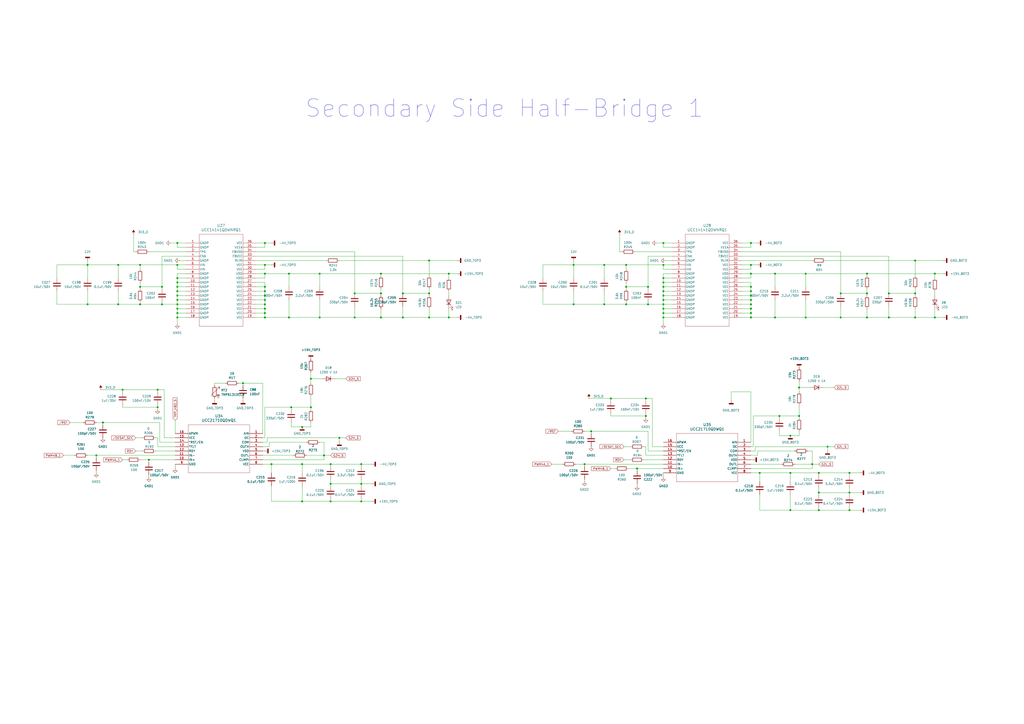
<source format=kicad_sch>
(kicad_sch (version 20231120) (generator "eeschema") (generator_version "8.0")
  (paper "A2")
  (junction (at 153.67 171.45))
  (junction (at 363.22 166.37))
  (junction (at 384.81 161.29))
  (junction (at 363.22 176.53))
  (junction (at 350.52 153.67))
  (junction (at 91.44 226.06))
  (junction (at 435.61 166.37))
  (junction (at 260.35 158.75))
  (junction (at 185.42 184.15))
  (junction (at 220.98 158.75))
  (junction (at 449.58 184.15))
  (junction (at 153.67 140.97))
  (junction (at 209.55 280.67))
  (junction (at 220.98 170.18))
  (junction (at 102.87 173.99))
  (junction (at 81.28 176.53))
  (junction (at 502.92 170.18))
  (junction (at 102.87 179.07))
  (junction (at 187.96 264.16))
  (junction (at 102.87 140.97))
  (junction (at 449.58 158.75))
  (junction (at 492.76 295.91))
  (junction (at 339.09 269.24))
  (junction (at 458.47 252.73))
  (junction (at 384.81 181.61))
  (junction (at 209.55 290.83))
  (junction (at 102.87 181.61))
  (junction (at 50.8 176.53))
  (junction (at 81.28 166.37))
  (junction (at 384.81 153.67))
  (junction (at 93.98 166.37))
  (junction (at 205.74 184.15))
  (junction (at 435.61 179.07))
  (junction (at 157.48 269.24))
  (junction (at 435.61 176.53))
  (junction (at 435.61 184.15))
  (junction (at 542.29 184.15))
  (junction (at 140.97 222.25))
  (junction (at 363.22 153.67))
  (junction (at 384.81 163.83))
  (junction (at 487.68 170.18))
  (junction (at 458.47 295.91))
  (junction (at 384.81 168.91))
  (junction (at 153.67 181.61))
  (junction (at 55.88 264.16))
  (junction (at 91.44 236.22))
  (junction (at 435.61 158.75))
  (junction (at 167.64 184.15))
  (junction (at 480.06 259.08))
  (junction (at 102.87 171.45))
  (junction (at 102.87 161.29))
  (junction (at 384.81 171.45))
  (junction (at 50.8 153.67))
  (junction (at 153.67 176.53))
  (junction (at 374.65 241.3))
  (junction (at 369.57 271.78))
  (junction (at 68.58 176.53))
  (junction (at 102.87 166.37))
  (junction (at 153.67 158.75))
  (junction (at 93.98 176.53))
  (junction (at 375.92 176.53))
  (junction (at 233.68 184.15))
  (junction (at 474.98 274.32))
  (junction (at 515.62 184.15))
  (junction (at 220.98 184.15))
  (junction (at 463.55 224.79))
  (junction (at 102.87 176.53))
  (junction (at 102.87 163.83))
  (junction (at 86.36 266.7))
  (junction (at 332.74 153.67))
  (junction (at 153.67 179.07))
  (junction (at 384.81 166.37))
  (junction (at 81.28 153.67))
  (junction (at 180.34 219.71))
  (junction (at 71.12 226.06))
  (junction (at 530.86 184.15))
  (junction (at 205.74 170.18))
  (junction (at 492.76 274.32))
  (junction (at 463.55 241.3))
  (junction (at 435.61 171.45))
  (junction (at 332.74 176.53))
  (junction (at 467.36 158.75))
  (junction (at 458.47 274.32))
  (junction (at 435.61 173.99))
  (junction (at 384.81 173.99))
  (junction (at 248.92 184.15))
  (junction (at 384.81 184.15))
  (junction (at 102.87 153.67))
  (junction (at 167.64 158.75))
  (junction (at 191.77 290.83))
  (junction (at 180.34 236.22))
  (junction (at 350.52 176.53))
  (junction (at 59.69 245.11))
  (junction (at 209.55 269.24))
  (junction (at 153.67 184.15))
  (junction (at 502.92 184.15))
  (junction (at 487.68 184.15))
  (junction (at 191.77 280.67))
  (junction (at 384.81 176.53))
  (junction (at 492.76 285.75))
  (junction (at 435.61 181.61))
  (junction (at 542.29 158.75))
  (junction (at 435.61 168.91))
  (junction (at 384.81 179.07))
  (junction (at 435.61 140.97))
  (junction (at 384.81 140.97))
  (junction (at 153.67 153.67))
  (junction (at 342.9 250.19))
  (junction (at 248.92 151.13))
  (junction (at 233.68 170.18))
  (junction (at 185.42 158.75))
  (junction (at 102.87 184.15))
  (junction (at 530.86 170.18))
  (junction (at 68.58 153.67))
  (junction (at 248.92 170.18))
  (junction (at 175.26 247.65))
  (junction (at 530.86 151.13))
  (junction (at 471.17 269.24))
  (junction (at 375.92 166.37))
  (junction (at 515.62 170.18))
  (junction (at 260.35 184.15))
  (junction (at 168.91 236.22))
  (junction (at 102.87 168.91))
  (junction (at 153.67 166.37))
  (junction (at 374.65 231.14))
  (junction (at 474.98 285.75))
  (junction (at 196.85 254))
  (junction (at 440.69 274.32))
  (junction (at 467.36 184.15))
  (junction (at 474.98 295.91))
  (junction (at 191.77 269.24))
  (junction (at 175.26 290.83))
  (junction (at 452.12 241.3))
  (junction (at 354.33 231.14))
  (junction (at 435.61 153.67))
  (junction (at 153.67 173.99))
  (junction (at 175.26 269.24))
  (junction (at 153.67 168.91))
  (junction (at 502.92 158.75))
  (wire (pts (xy 389.89 148.59) (xy 375.92 148.59)))
  (wire (pts (xy 323.85 250.19) (xy 331.47 250.19)))
  (wire (pts (xy 435.61 173.99) (xy 435.61 176.53)))
  (wire (pts (xy 148.59 168.91) (xy 153.67 168.91)))
  (wire (pts (xy 384.81 179.07) (xy 384.81 181.61)))
  (wire (pts (xy 102.87 173.99) (xy 102.87 176.53)))
  (wire (pts (xy 157.48 269.24) (xy 157.48 274.32)))
  (wire (pts (xy 153.67 236.22) (xy 168.91 236.22)))
  (wire (pts (xy 93.98 166.37) (xy 81.28 166.37)))
  (wire (pts (xy 389.89 168.91) (xy 384.81 168.91)))
  (wire (pts (xy 487.68 146.05) (xy 487.68 170.18)))
  (wire (pts (xy 148.59 181.61) (xy 153.67 181.61)))
  (wire (pts (xy 435.61 166.37) (xy 435.61 168.91)))
  (wire (pts (xy 107.95 173.99) (xy 102.87 173.99)))
  (wire (pts (xy 107.95 171.45) (xy 102.87 171.45)))
  (wire (pts (xy 153.67 153.67) (xy 157.48 153.67)))
  (wire (pts (xy 530.86 179.07) (xy 530.86 184.15)))
  (wire (pts (xy 386.08 151.13) (xy 389.89 151.13)))
  (wire (pts (xy 384.81 264.16) (xy 374.65 264.16)))
  (wire (pts (xy 430.53 163.83) (xy 435.61 163.83)))
  (wire (pts (xy 502.92 160.02) (xy 502.92 158.75)))
  (wire (pts (xy 389.89 158.75) (xy 384.81 158.75)))
  (wire (pts (xy 502.92 167.64) (xy 502.92 170.18)))
  (wire (pts (xy 40.64 245.11) (xy 48.26 245.11)))
  (wire (pts (xy 339.09 270.51) (xy 339.09 269.24)))
  (wire (pts (xy 209.55 290.83) (xy 209.55 289.56)))
  (wire (pts (xy 68.58 153.67) (xy 68.58 161.29)))
  (wire (pts (xy 430.53 171.45) (xy 435.61 171.45)))
  (wire (pts (xy 474.98 274.32) (xy 474.98 275.59)))
  (wire (pts (xy 389.89 153.67) (xy 384.81 153.67)))
  (wire (pts (xy 77.47 135.89) (xy 77.47 146.05)))
  (wire (pts (xy 102.87 171.45) (xy 102.87 173.99)))
  (wire (pts (xy 467.36 158.75) (xy 502.92 158.75)))
  (wire (pts (xy 175.26 274.32) (xy 175.26 269.24)))
  (wire (pts (xy 180.34 245.11) (xy 180.34 247.65)))
  (wire (pts (xy 153.67 173.99) (xy 153.67 176.53)))
  (wire (pts (xy 375.92 166.37) (xy 363.22 166.37)))
  (wire (pts (xy 458.47 279.4) (xy 458.47 274.32)))
  (wire (pts (xy 452.12 252.73) (xy 458.47 252.73)))
  (wire (pts (xy 435.61 179.07) (xy 435.61 181.61)))
  (wire (pts (xy 248.92 179.07) (xy 248.92 184.15)))
  (wire (pts (xy 314.96 153.67) (xy 314.96 161.29)))
  (wire (pts (xy 314.96 176.53) (xy 332.74 176.53)))
  (wire (pts (xy 440.69 287.02) (xy 440.69 295.91)))
  (wire (pts (xy 438.15 259.08) (xy 480.06 259.08)))
  (wire (pts (xy 71.12 236.22) (xy 91.44 236.22)))
  (wire (pts (xy 458.47 287.02) (xy 458.47 295.91)))
  (wire (pts (xy 185.42 184.15) (xy 205.74 184.15)))
  (wire (pts (xy 196.85 254) (xy 200.66 254)))
  (wire (pts (xy 180.34 219.71) (xy 186.69 219.71)))
  (wire (pts (xy 175.26 281.94) (xy 175.26 290.83)))
  (wire (pts (xy 339.09 278.13) (xy 339.09 279.4)))
  (wire (pts (xy 368.3 146.05) (xy 389.89 146.05)))
  (wire (pts (xy 492.76 274.32) (xy 492.76 275.59)))
  (wire (pts (xy 175.26 247.65) (xy 180.34 247.65)))
  (wire (pts (xy 107.95 179.07) (xy 102.87 179.07)))
  (wire (pts (xy 153.67 184.15) (xy 167.64 184.15)))
  (wire (pts (xy 86.36 266.7) (xy 86.36 267.97)))
  (wire (pts (xy 449.58 158.75) (xy 467.36 158.75)))
  (wire (pts (xy 363.22 175.26) (xy 363.22 176.53)))
  (wire (pts (xy 439.42 264.16) (xy 435.61 264.16)))
  (wire (pts (xy 374.65 241.3) (xy 374.65 242.57)))
  (wire (pts (xy 220.98 179.07) (xy 220.98 184.15)))
  (wire (pts (xy 191.77 280.67) (xy 191.77 281.94)))
  (wire (pts (xy 384.81 140.97) (xy 389.89 140.97)))
  (wire (pts (xy 185.42 173.99) (xy 185.42 184.15)))
  (wire (pts (xy 50.8 168.91) (xy 50.8 176.53)))
  (wire (pts (xy 148.59 179.07) (xy 153.67 179.07)))
  (wire (pts (xy 93.98 167.64) (xy 93.98 166.37)))
  (wire (pts (xy 430.53 173.99) (xy 435.61 173.99)))
  (wire (pts (xy 430.53 153.67) (xy 435.61 153.67)))
  (wire (pts (xy 50.8 153.67) (xy 33.02 153.67)))
  (wire (pts (xy 389.89 173.99) (xy 384.81 173.99)))
  (wire (pts (xy 430.53 146.05) (xy 487.68 146.05)))
  (wire (pts (xy 463.55 242.57) (xy 463.55 241.3)))
  (wire (pts (xy 487.68 184.15) (xy 502.92 184.15)))
  (wire (pts (xy 492.76 285.75) (xy 499.11 285.75)))
  (wire (pts (xy 248.92 167.64) (xy 248.92 170.18)))
  (wire (pts (xy 463.55 224.79) (xy 469.9 224.79)))
  (wire (pts (xy 209.55 280.67) (xy 215.9 280.67)))
  (wire (pts (xy 55.88 264.16) (xy 50.8 264.16)))
  (wire (pts (xy 191.77 269.24) (xy 191.77 270.51)))
  (wire (pts (xy 124.46 231.14) (xy 124.46 232.41)))
  (wire (pts (xy 101.6 256.54) (xy 92.71 256.54)))
  (wire (pts (xy 107.95 166.37) (xy 102.87 166.37)))
  (wire (pts (xy 375.92 261.62) (xy 375.92 250.19)))
  (wire (pts (xy 81.28 166.37) (xy 81.28 167.64)))
  (wire (pts (xy 107.95 143.51) (xy 102.87 143.51)))
  (wire (pts (xy 260.35 158.75) (xy 260.35 161.29)))
  (wire (pts (xy 452.12 250.19) (xy 452.12 252.73)))
  (wire (pts (xy 153.67 179.07) (xy 153.67 181.61)))
  (wire (pts (xy 435.61 143.51) (xy 435.61 140.97)))
  (wire (pts (xy 384.81 163.83) (xy 384.81 166.37)))
  (wire (pts (xy 435.61 153.67) (xy 435.61 156.21)))
  (wire (pts (xy 101.6 254) (xy 95.25 254)))
  (wire (pts (xy 95.25 254) (xy 95.25 226.06)))
  (wire (pts (xy 68.58 153.67) (xy 50.8 153.67)))
  (wire (pts (xy 194.31 219.71) (xy 200.66 219.71)))
  (wire (pts (xy 474.98 285.75) (xy 474.98 287.02)))
  (wire (pts (xy 185.42 158.75) (xy 185.42 166.37)))
  (wire (pts (xy 260.35 168.91) (xy 260.35 171.45)))
  (wire (pts (xy 148.59 173.99) (xy 153.67 173.99)))
  (wire (pts (xy 148.59 176.53) (xy 153.67 176.53)))
  (wire (pts (xy 101.6 266.7) (xy 86.36 266.7)))
  (wire (pts (xy 502.92 158.75) (xy 542.29 158.75)))
  (wire (pts (xy 435.61 184.15) (xy 449.58 184.15)))
  (wire (pts (xy 167.64 158.75) (xy 185.42 158.75)))
  (wire (pts (xy 124.46 222.25) (xy 124.46 223.52)))
  (wire (pts (xy 157.48 290.83) (xy 175.26 290.83)))
  (wire (pts (xy 248.92 151.13) (xy 265.43 151.13)))
  (wire (pts (xy 177.8 264.16) (xy 187.96 264.16)))
  (wire (pts (xy 102.87 166.37) (xy 102.87 168.91)))
  (wire (pts (xy 430.53 158.75) (xy 435.61 158.75)))
  (wire (pts (xy 167.64 173.99) (xy 167.64 184.15)))
  (wire (pts (xy 33.02 168.91) (xy 33.02 176.53)))
  (wire (pts (xy 180.34 237.49) (xy 180.34 236.22)))
  (wire (pts (xy 71.12 226.06) (xy 71.12 227.33)))
  (wire (pts (xy 363.22 153.67) (xy 384.81 153.67)))
  (wire (pts (xy 99.06 140.97) (xy 102.87 140.97)))
  (wire (pts (xy 477.52 224.79) (xy 483.87 224.79)))
  (wire (pts (xy 58.42 226.06) (xy 71.12 226.06)))
  (wire (pts (xy 430.53 179.07) (xy 435.61 179.07)))
  (wire (pts (xy 175.26 269.24) (xy 191.77 269.24)))
  (wire (pts (xy 153.67 168.91) (xy 153.67 171.45)))
  (wire (pts (xy 350.52 176.53) (xy 363.22 176.53)))
  (wire (pts (xy 375.92 175.26) (xy 375.92 176.53)))
  (wire (pts (xy 180.34 229.87) (xy 180.34 236.22)))
  (wire (pts (xy 515.62 184.15) (xy 530.86 184.15)))
  (wire (pts (xy 91.44 259.08) (xy 91.44 254)))
  (wire (pts (xy 153.67 161.29) (xy 153.67 158.75)))
  (wire (pts (xy 449.58 173.99) (xy 449.58 184.15)))
  (wire (pts (xy 320.04 269.24) (xy 326.39 269.24)))
  (wire (pts (xy 153.67 181.61) (xy 153.67 184.15)))
  (wire (pts (xy 378.46 259.08) (xy 378.46 231.14)))
  (wire (pts (xy 153.67 254) (xy 152.4 254)))
  (wire (pts (xy 148.59 140.97) (xy 153.67 140.97)))
  (wire (pts (xy 102.87 181.61) (xy 102.87 184.15)))
  (wire (pts (xy 452.12 242.57) (xy 452.12 241.3)))
  (wire (pts (xy 430.53 166.37) (xy 435.61 166.37)))
  (wire (pts (xy 71.12 234.95) (xy 71.12 236.22)))
  (wire (pts (xy 373.38 259.08) (xy 374.65 259.08)))
  (wire (pts (xy 180.34 215.9) (xy 180.34 219.71)))
  (wire (pts (xy 107.95 168.91) (xy 102.87 168.91)))
  (wire (pts (xy 107.95 181.61) (xy 102.87 181.61)))
  (wire (pts (xy 102.87 176.53) (xy 102.87 179.07)))
  (wire (pts (xy 185.42 256.54) (xy 187.96 256.54)))
  (wire (pts (xy 440.69 274.32) (xy 440.69 279.4)))
  (wire (pts (xy 148.59 184.15) (xy 153.67 184.15)))
  (wire (pts (xy 471.17 269.24) (xy 474.98 269.24)))
  (wire (pts (xy 148.59 156.21) (xy 153.67 156.21)))
  (wire (pts (xy 68.58 176.53) (xy 81.28 176.53)))
  (wire (pts (xy 467.36 158.75) (xy 467.36 166.37)))
  (wire (pts (xy 156.21 256.54) (xy 177.8 256.54)))
  (wire (pts (xy 167.64 158.75) (xy 167.64 166.37)))
  (wire (pts (xy 185.42 158.75) (xy 220.98 158.75)))
  (wire (pts (xy 101.6 259.08) (xy 91.44 259.08)))
  (wire (pts (xy 389.89 143.51) (xy 384.81 143.51)))
  (wire (pts (xy 260.35 158.75) (xy 265.43 158.75)))
  (wire (pts (xy 59.69 245.11) (xy 92.71 245.11)))
  (wire (pts (xy 449.58 184.15) (xy 467.36 184.15)))
  (wire (pts (xy 168.91 247.65) (xy 175.26 247.65)))
  (wire (pts (xy 36.83 264.16) (xy 43.18 264.16)))
  (wire (pts (xy 542.29 158.75) (xy 542.29 161.29)))
  (wire (pts (xy 430.53 181.61) (xy 435.61 181.61)))
  (wire (pts (xy 314.96 168.91) (xy 314.96 176.53)))
  (wire (pts (xy 435.61 168.91) (xy 435.61 171.45)))
  (wire (pts (xy 430.53 148.59) (xy 515.62 148.59)))
  (wire (pts (xy 148.59 163.83) (xy 153.67 163.83)))
  (wire (pts (xy 435.61 256.54) (xy 435.61 227.33)))
  (wire (pts (xy 153.67 158.75) (xy 167.64 158.75)))
  (wire (pts (xy 130.81 222.25) (xy 124.46 222.25)))
  (wire (pts (xy 492.76 285.75) (xy 492.76 287.02)))
  (wire (pts (xy 339.09 269.24) (xy 334.01 269.24)))
  (wire (pts (xy 363.22 163.83) (xy 363.22 166.37)))
  (wire (pts (xy 430.53 176.53) (xy 435.61 176.53)))
  (wire (pts (xy 480.06 259.08) (xy 483.87 259.08)))
  (wire (pts (xy 107.95 158.75) (xy 102.87 158.75)))
  (wire (pts (xy 68.58 168.91) (xy 68.58 176.53)))
  (wire (pts (xy 440.69 295.91) (xy 458.47 295.91)))
  (wire (pts (xy 152.4 251.46) (xy 152.4 222.25)))
  (wire (pts (xy 350.52 168.91) (xy 350.52 176.53)))
  (wire (pts (xy 102.87 163.83) (xy 102.87 166.37)))
  (wire (pts (xy 148.59 143.51) (xy 153.67 143.51)))
  (wire (pts (xy 363.22 176.53) (xy 375.92 176.53)))
  (wire (pts (xy 487.68 170.18) (xy 502.92 170.18)))
  (wire (pts (xy 102.87 184.15) (xy 102.87 187.96)))
  (wire (pts (xy 389.89 156.21) (xy 384.81 156.21)))
  (wire (pts (xy 487.68 177.8) (xy 487.68 184.15)))
  (wire (pts (xy 374.65 241.3) (xy 374.65 240.03)))
  (wire (pts (xy 248.92 184.15) (xy 260.35 184.15)))
  (wire (pts (xy 187.96 264.16) (xy 187.96 266.7)))
  (wire (pts (xy 180.34 236.22) (xy 168.91 236.22)))
  (wire (pts (xy 156.21 259.08) (xy 152.4 259.08)))
  (wire (pts (xy 55.88 273.05) (xy 55.88 274.32)))
  (wire (pts (xy 471.17 261.62) (xy 471.17 269.24)))
  (wire (pts (xy 435.61 266.7) (xy 436.88 266.7)))
  (wire (pts (xy 332.74 153.67) (xy 332.74 161.29)))
  (wire (pts (xy 435.61 274.32) (xy 440.69 274.32)))
  (wire (pts (xy 430.53 161.29) (xy 435.61 161.29)))
  (wire (pts (xy 389.89 163.83) (xy 384.81 163.83)))
  (wire (pts (xy 369.57 271.78) (xy 364.49 271.78)))
  (wire (pts (xy 492.76 295.91) (xy 492.76 294.64)))
  (wire (pts (xy 430.53 151.13) (xy 471.17 151.13)))
  (wire (pts (xy 375.92 148.59) (xy 375.92 166.37)))
  (wire (pts (xy 369.57 280.67) (xy 369.57 281.94)))
  (wire (pts (xy 196.85 254) (xy 196.85 256.54)))
  (wire (pts (xy 215.9 290.83) (xy 209.55 290.83)))
  (wire (pts (xy 91.44 236.22) (xy 91.44 237.49)))
  (wire (pts (xy 233.68 177.8) (xy 233.68 184.15)))
  (wire (pts (xy 86.36 266.7) (xy 81.28 266.7)))
  (wire (pts (xy 463.55 234.95) (xy 463.55 241.3)))
  (wire (pts (xy 187.96 256.54) (xy 187.96 264.16)))
  (wire (pts (xy 440.69 274.32) (xy 458.47 274.32)))
  (wire (pts (xy 93.98 176.53) (xy 102.87 176.53)))
  (wire (pts (xy 180.34 219.71) (xy 180.34 222.25)))
  (wire (pts (xy 530.86 184.15) (xy 542.29 184.15)))
  (wire (pts (xy 140.97 231.14) (xy 140.97 232.41)))
  (wire (pts (xy 471.17 269.24) (xy 471.17 271.78)))
  (wire (pts (xy 384.81 184.15) (xy 384.81 187.96)))
  (wire (pts (xy 86.36 146.05) (xy 107.95 146.05)))
  (wire (pts (xy 191.77 269.24) (xy 209.55 269.24)))
  (wire (pts (xy 102.87 143.51) (xy 102.87 140.97)))
  (wire (pts (xy 191.77 280.67) (xy 209.55 280.67)))
  (wire (pts (xy 435.61 181.61) (xy 435.61 184.15)))
  (wire (pts (xy 530.86 167.64) (xy 530.86 170.18)))
  (wire (pts (xy 363.22 156.21) (xy 363.22 153.67)))
  (wire (pts (xy 384.81 168.91) (xy 384.81 171.45)))
  (wire (pts (xy 384.81 143.51) (xy 384.81 140.97)))
  (wire (pts (xy 167.64 184.15) (xy 185.42 184.15)))
  (wire (pts (xy 478.79 151.13) (xy 530.86 151.13)))
  (wire (pts (xy 153.67 140.97) (xy 157.48 140.97)))
  (wire (pts (xy 107.95 148.59) (xy 93.98 148.59)))
  (wire (pts (xy 424.18 227.33) (xy 424.18 232.41)))
  (wire (pts (xy 438.15 259.08) (xy 438.15 261.62)))
  (wire (pts (xy 341.63 231.14) (xy 354.33 231.14)))
  (wire (pts (xy 102.87 179.07) (xy 102.87 181.61)))
  (wire (pts (xy 209.55 269.24) (xy 215.9 269.24)))
  (wire (pts (xy 435.61 161.29) (xy 435.61 158.75)))
  (wire (pts (xy 260.35 184.15) (xy 265.43 184.15)))
  (wire (pts (xy 148.59 146.05) (xy 205.74 146.05)))
  (wire (pts (xy 220.98 170.18) (xy 220.98 171.45)))
  (wire (pts (xy 50.8 153.67) (xy 50.8 161.29)))
  (wire (pts (xy 384.81 276.86) (xy 384.81 274.32)))
  (wire (pts (xy 389.89 176.53) (xy 384.81 176.53)))
  (wire (pts (xy 389.89 166.37) (xy 384.81 166.37)))
  (wire (pts (xy 157.48 269.24) (xy 175.26 269.24)))
  (wire (pts (xy 381 140.97) (xy 384.81 140.97)))
  (wire (pts (xy 152.4 261.62) (xy 153.67 261.62)))
  (wire (pts (xy 332.74 151.13) (xy 332.74 153.67)))
  (wire (pts (xy 209.55 280.67) (xy 209.55 281.94)))
  (wire (pts (xy 148.59 148.59) (xy 233.68 148.59)))
  (wire (pts (xy 474.98 295.91) (xy 492.76 295.91)))
  (wire (pts (xy 359.41 135.89) (xy 359.41 146.05)))
  (wire (pts (xy 248.92 170.18) (xy 248.92 171.45)))
  (wire (pts (xy 209.55 278.13) (xy 209.55 280.67)))
  (wire (pts (xy 191.77 289.56) (xy 191.77 290.83)))
  (wire (pts (xy 350.52 153.67) (xy 350.52 161.29)))
  (wire (pts (xy 384.81 181.61) (xy 384.81 184.15)))
  (wire (pts (xy 384.81 259.08) (xy 378.46 259.08)))
  (wire (pts (xy 435.61 163.83) (xy 435.61 166.37)))
  (wire (pts (xy 463.55 250.19) (xy 463.55 252.73)))
  (wire (pts (xy 81.28 176.53) (xy 93.98 176.53)))
  (wire (pts (xy 375.92 176.53) (xy 384.81 176.53)))
  (wire (pts (xy 354.33 240.03) (xy 354.33 241.3)))
  (wire (pts (xy 384.81 271.78) (xy 369.57 271.78)))
  (wire (pts (xy 430.53 140.97) (xy 435.61 140.97)))
  (wire (pts (xy 81.28 175.26) (xy 81.28 176.53)))
  (wire (pts (xy 153.67 163.83) (xy 153.67 166.37)))
  (wire (pts (xy 33.02 176.53) (xy 50.8 176.53)))
  (wire (pts (xy 389.89 171.45) (xy 384.81 171.45)))
  (wire (pts (xy 474.98 294.64) (xy 474.98 295.91)))
  (wire (pts (xy 81.28 153.67) (xy 102.87 153.67)))
  (wire (pts (xy 102.87 158.75) (xy 102.87 161.29)))
  (wire (pts (xy 435.61 271.78) (xy 471.17 271.78)))
  (wire (pts (xy 389.89 179.07) (xy 384.81 179.07)))
  (wire (pts (xy 430.53 156.21) (xy 435.61 156.21)))
  (wire (pts (xy 55.88 264.16) (xy 101.6 264.16)))
  (wire (pts (xy 474.98 285.75) (xy 492.76 285.75)))
  (wire (pts (xy 152.4 264.16) (xy 170.18 264.16)))
  (wire (pts (xy 542.29 158.75) (xy 547.37 158.75)))
  (wire (pts (xy 101.6 243.84) (xy 101.6 251.46)))
  (wire (pts (xy 55.88 245.11) (xy 59.69 245.11)))
  (wire (pts (xy 480.06 259.08) (xy 480.06 261.62)))
  (wire (pts (xy 438.15 261.62) (xy 435.61 261.62)))
  (wire (pts (xy 107.95 176.53) (xy 102.87 176.53)))
  (wire (pts (xy 430.53 184.15) (xy 435.61 184.15)))
  (wire (pts (xy 463.55 224.79) (xy 463.55 227.33)))
  (wire (pts (xy 191.77 290.83) (xy 209.55 290.83)))
  (wire (pts (xy 153.67 254) (xy 153.67 236.22)))
  (wire (pts (xy 363.22 166.37) (xy 363.22 167.64)))
  (wire (pts (xy 154.94 254) (xy 154.94 256.54)))
  (wire (pts (xy 435.61 171.45) (xy 435.61 173.99)))
  (wire (pts (xy 90.17 261.62) (xy 101.6 261.62)))
  (wire (pts (xy 435.61 227.33) (xy 424.18 227.33)))
  (wire (pts (xy 157.48 281.94) (xy 157.48 290.83)))
  (wire (pts (xy 220.98 184.15) (xy 233.68 184.15)))
  (wire (pts (xy 153.67 166.37) (xy 153.67 168.91)))
  (wire (pts (xy 153.67 171.45) (xy 153.67 173.99)))
  (wire (pts (xy 436.88 259.08) (xy 435.61 259.08)))
  (wire (pts (xy 436.88 259.08) (xy 436.88 241.3)))
  (wire (pts (xy 499.11 295.91) (xy 492.76 295.91)))
  (wire (pts (xy 148.59 171.45) (xy 153.67 171.45)))
  (wire (pts (xy 374.65 231.14) (xy 354.33 231.14)))
  (wire (pts (xy 389.89 184.15) (xy 384.81 184.15)))
  (wire (pts (xy 233.68 148.59) (xy 233.68 170.18)))
  (wire (pts (xy 101.6 271.78) (xy 101.6 269.24)))
  (wire (pts (xy 339.09 269.24) (xy 384.81 269.24)))
  (wire (pts (xy 373.38 266.7) (xy 384.81 266.7)))
  (wire (pts (xy 233.68 170.18) (xy 248.92 170.18)))
  (wire (pts (xy 153.67 153.67) (xy 153.67 156.21)))
  (wire (pts (xy 354.33 231.14) (xy 354.33 232.41)))
  (wire (pts (xy 342.9 250.19) (xy 342.9 251.46)))
  (wire (pts (xy 205.74 146.05) (xy 205.74 170.18)))
  (wire (pts (xy 205.74 177.8) (xy 205.74 184.15)))
  (wire (pts (xy 435.61 140.97) (xy 439.42 140.97)))
  (wire (pts (xy 463.55 241.3) (xy 452.12 241.3)))
  (wire (pts (xy 33.02 153.67) (xy 33.02 161.29)))
  (wire (pts (xy 384.81 171.45) (xy 384.81 173.99)))
  (wire (pts (xy 86.36 275.59) (xy 86.36 276.86)))
  (wire (pts (xy 152.4 222.25) (xy 140.97 222.25)))
  (wire (pts (xy 107.95 153.67) (xy 102.87 153.67)))
  (wire (pts (xy 92.71 256.54) (xy 92.71 245.11)))
  (wire (pts (xy 439.42 261.62) (xy 439.42 264.16)))
  (wire (pts (xy 102.87 168.91) (xy 102.87 171.45)))
  (wire (pts (xy 458.47 295.91) (xy 474.98 295.91)))
  (wire (pts (xy 148.59 158.75) (xy 153.67 158.75)))
  (wire (pts (xy 430.53 168.91) (xy 435.61 168.91)))
  (wire (pts (xy 436.88 241.3) (xy 452.12 241.3)))
  (wire (pts (xy 359.41 146.05) (xy 360.68 146.05)))
  (wire (pts (xy 90.17 254) (xy 91.44 254)))
  (wire (pts (xy 220.98 158.75) (xy 260.35 158.75)))
  (wire (pts (xy 384.81 158.75) (xy 384.81 161.29)))
  (wire (pts (xy 152.4 269.24) (xy 157.48 269.24)))
  (wire (pts (xy 468.63 261.62) (xy 471.17 261.62)))
  (wire (pts (xy 374.65 232.41) (xy 374.65 231.14)))
  (wire (pts (xy 542.29 168.91) (xy 542.29 171.45)))
  (wire (pts (xy 81.28 156.21) (xy 81.28 153.67)))
  (wire (pts (xy 332.74 176.53) (xy 350.52 176.53)))
  (wire (pts (xy 378.46 231.14) (xy 374.65 231.14)))
  (wire (pts (xy 153.67 176.53) (xy 153.67 179.07)))
  (wire (pts (xy 384.81 161.29) (xy 384.81 163.83)))
  (wire (pts (xy 93.98 175.26) (xy 93.98 176.53)))
  (wire (pts (xy 354.33 241.3) (xy 374.65 241.3)))
  (wire (pts (xy 332.74 153.67) (xy 314.96 153.67)))
  (wire (pts (xy 502.92 170.18) (xy 502.92 171.45)))
  (wire (pts (xy 50.8 151.13) (xy 50.8 153.67)))
  (wire (pts (xy 104.14 151.13) (xy 107.95 151.13)))
  (wire (pts (xy 107.95 163.83) (xy 102.87 163.83)))
  (wire (pts (xy 107.95 161.29) (xy 102.87 161.29)))
  (wire (pts (xy 458.47 274.32) (xy 474.98 274.32)))
  (wire (pts (xy 354.33 271.78) (xy 356.87 271.78)))
  (wire (pts (xy 93.98 148.59) (xy 93.98 166.37)))
  (wire (pts (xy 168.91 237.49) (xy 168.91 236.22)))
  (wire (pts (xy 154.94 254) (xy 196.85 254)))
  (wire (pts (xy 435.61 153.67) (xy 439.42 153.67)))
  (wire (pts (xy 430.53 143.51) (xy 435.61 143.51)))
  (wire (pts (xy 91.44 226.06) (xy 71.12 226.06)))
  (wire (pts (xy 467.36 173.99) (xy 467.36 184.15)))
  (wire (pts (xy 153.67 143.51) (xy 153.67 140.97)))
  (wire (pts (xy 435.61 269.24) (xy 453.39 269.24)))
  (wire (pts (xy 107.95 184.15) (xy 102.87 184.15)))
  (wire (pts (xy 91.44 227.33) (xy 91.44 226.06)))
  (wire (pts (xy 220.98 167.64) (xy 220.98 170.18)))
  (wire (pts (xy 361.95 266.7) (xy 365.76 266.7)))
  (wire (pts (xy 77.47 146.05) (xy 78.74 146.05)))
  (wire (pts (xy 384.81 176.53) (xy 384.81 179.07)))
  (wire (pts (xy 435.61 176.53) (xy 435.61 179.07)))
  (wire (pts (xy 91.44 236.22) (xy 91.44 234.95)))
  (wire (pts (xy 461.01 269.24) (xy 471.17 269.24)))
  (wire (pts (xy 148.59 166.37) (xy 153.67 166.37)))
  (wire (pts (xy 384.81 261.62) (xy 375.92 261.62)))
  (wire (pts (xy 205.74 170.18) (xy 220.98 170.18)))
  (wire (pts (xy 435.61 158.75) (xy 449.58 158.75)))
  (wire (pts (xy 515.62 148.59) (xy 515.62 170.18)))
  (wire (pts (xy 474.98 274.32) (xy 492.76 274.32)))
  (wire (pts (xy 374.65 264.16) (xy 374.65 259.08)))
  (wire (pts (xy 148.59 161.29) (xy 153.67 161.29)))
  (wire (pts (xy 389.89 161.29) (xy 384.81 161.29)))
  (wire (pts (xy 530.86 151.13) (xy 530.86 160.02)))
  (wire (pts (xy 71.12 266.7) (xy 73.66 266.7)))
  (wire (pts (xy 248.92 151.13) (xy 248.92 160.02)))
  (wire (pts (xy 492.76 283.21) (xy 492.76 285.75)))
  (wire (pts (xy 467.36 184.15) (xy 487.68 184.15)))
  (wire (pts (xy 530.86 151.13) (xy 547.37 151.13)))
  (wire (pts (xy 205.74 184.15) (xy 220.98 184.15)))
  (wire (pts (xy 196.85 151.13) (xy 248.92 151.13)))
  (wire (pts (xy 95.25 226.06) (xy 91.44 226.06)))
  (wire (pts (xy 515.62 170.18) (xy 530.86 170.18)))
  (wire (pts (xy 384.81 156.21) (xy 384.81 153.67)))
  (wire (pts (xy 449.58 158.75) (xy 449.58 166.37)))
  (wire (pts (xy 389.89 181.61) (xy 384.81 181.61)))
  (wire (pts (xy 175.26 290.83) (xy 191.77 290.83)))
  (wire (pts (xy 220.98 160.02) (xy 220.98 158.75)))
  (wire (pts (xy 233.68 184.15) (xy 248.92 184.15)))
  (wire (pts (xy 332.74 168.91) (xy 332.74 176.53)))
  (wire (pts (xy 148.59 153.67) (xy 153.67 153.67)))
  (wire (pts (xy 339.09 250.19) (xy 342.9 250.19)))
  (wire (pts (xy 187.96 264.16) (xy 191.77 264.16)))
  (wire (pts (xy 191.77 278.13) (xy 191.77 280.67)))
  (wire (pts (xy 384.81 166.37) (xy 384.81 168.91)))
  (wire (pts (xy 102.87 156.21) (xy 102.87 153.67)))
  (wire (pts (xy 530.86 170.18) (xy 530.86 171.45)))
  (wire (pts (xy 439.42 261.62) (xy 461.01 261.62)))
  (wire (pts (xy 81.28 163.83) (xy 81.28 166.37)))
  (wire (pts (xy 350.52 153.67) (xy 332.74 153.67)))
  (wire (pts (xy 81.28 153.67) (xy 68.58 153.67)))
  (wire (pts (xy 152.4 266.7) (xy 187.96 266.7)))
  (wire (pts (xy 502.92 179.07) (xy 502.92 184.15)))
  (wire (pts (xy 78.74 254) (xy 82.55 254)))
  (wire (pts (xy 148.59 151.13) (xy 189.23 151.13)))
  (wire (pts (xy 515.62 177.8) (xy 515.62 184.15)))
  (wire (pts (xy 542.29 179.07) (xy 542.29 184.15)))
  (wire (pts (xy 542.29 184.15) (xy 547.37 184.15)))
  (wire (pts (xy 363.22 153.67) (xy 350.52 153.67)))
  (wire (pts (xy 209.55 269.24) (xy 209.55 270.51)))
  (wire (pts (xy 384.81 173.99) (xy 384.81 176.53)))
  (wire (pts (xy 107.95 156.21) (xy 102.87 156.21)))
  (wire (pts (xy 361.95 259.08) (xy 365.76 259.08)))
  (wire (pts (xy 458.47 252.73) (xy 463.55 252.73)))
  (wire (pts (xy 168.91 245.11) (xy 168.91 247.65)))
  (wire (pts (xy 156.21 256.54) (xy 156.21 259.08)))
  (wire (pts (xy 50.8 176.53) (xy 68.58 176.53)))
  (wire (pts (xy 369.57 271.78) (xy 369.57 273.05)))
  (wire (pts (xy 102.87 161.29) (xy 102.87 163.83)))
  (wire (pts (xy 502.92 184.15) (xy 515.62 184.15)))
  (wire (pts (xy 138.43 222.25) (xy 140.97 222.25)))
  (wire (pts (xy 102.87 140.97) (xy 107.95 140.97)))
  (wire (pts (xy 78.74 261.62) (xy 82.55 261.62)))
  (wire (pts (xy 463.55 220.98) (xy 463.55 224.79)))
  (wire (pts (xy 342.9 250.19) (xy 375.92 250.19)))
  (wire (pts (xy 260.35 179.07) (xy 260.35 184.15)))
  (wire (pts (xy 154.94 256.54) (xy 152.4 256.54)))
  (wire (pts (xy 474.98 283.21) (xy 474.98 285.75)))
  (wire (pts (xy 140.97 222.25) (xy 140.97 223.52)))
  (wire (pts (xy 375.92 167.64) (xy 375.92 166.37)))
  (wire (pts (xy 55.88 265.43) (xy 55.88 264.16)))
  (wire (pts (xy 59.69 245.11) (xy 59.69 246.38)))
  (wire (pts (xy 492.76 274.32) (xy 499.11 274.32)))
  (text "Secondary Side Half-Bridge 1" (at 292.608 62.992 0) (effects (font (size 10 10))))
  (global_label "{slash}DESAT_SEC" (shape input) (at 361.95 259.08 180) (property "Intersheetrefs" "${INTERSHEET_REFS}" (effects (hide yes))))
  (global_label "PWM4B_1" (shape input) (at 36.83 264.16 180) (property "Intersheetrefs" "${INTERSHEET_REFS}" (effects (hide yes))))
  (global_label "TMP_HB2_S" (shape input) (at 101.6 243.84 90) (property "Intersheetrefs" "${INTERSHEET_REFS}" (effects (hide yes))))
  (global_label "{slash}DESAT_SEC" (shape input) (at 78.74 254 180) (property "Intersheetrefs" "${INTERSHEET_REFS}" (effects (hide yes))))
  (global_label "G2L_S" (shape input) (at 474.98 269.24 0) (property "Intersheetrefs" "${INTERSHEET_REFS}" (effects (hide yes))))
  (global_label "PWM4B_1" (shape input) (at 354.33 271.78 180) (property "Intersheetrefs" "${INTERSHEET_REFS}" (effects (hide yes))))
  (global_label "S2H_S" (shape input) (at 200.66 254 0) (property "Intersheetrefs" "${INTERSHEET_REFS}" (effects (hide yes))))
  (global_label "PWM4A_1" (shape input) (at 320.04 269.24 180) (property "Intersheetrefs" "${INTERSHEET_REFS}" (effects (hide yes))))
  (global_label "{slash}RST" (shape input) (at 323.85 250.19 180) (property "Intersheetrefs" "${INTERSHEET_REFS}" (effects (hide yes))))
  (global_label "RDY" (shape input) (at 78.74 261.62 180) (property "Intersheetrefs" "${INTERSHEET_REFS}" (effects (hide yes))))
  (global_label "PWM4A_1" (shape input) (at 71.12 266.7 180) (property "Intersheetrefs" "${INTERSHEET_REFS}" (effects (hide yes))))
  (global_label "D2L_S" (shape input) (at 483.87 224.79 0) (property "Intersheetrefs" "${INTERSHEET_REFS}" (effects (hide yes))))
  (global_label "S2L_S" (shape input) (at 483.87 259.08 0) (property "Intersheetrefs" "${INTERSHEET_REFS}" (effects (hide yes))))
  (global_label "RDY" (shape input) (at 361.95 266.7 180) (property "Intersheetrefs" "${INTERSHEET_REFS}" (effects (hide yes))))
  (global_label "G2H_S" (shape input) (at 191.77 264.16 0) (property "Intersheetrefs" "${INTERSHEET_REFS}" (effects (hide yes))))
  (global_label "{slash}RST" (shape input) (at 40.64 245.11 180) (property "Intersheetrefs" "${INTERSHEET_REFS}" (effects (hide yes))))
  (global_label "D2H_S" (shape input) (at 200.66 219.71 0) (property "Intersheetrefs" "${INTERSHEET_REFS}" (effects (hide yes))))
  (symbol (lib_id "Device:C") (at 492.76 279.4 0) (mirror x) (unit 1)
    (property "Reference" "C214" (at 488.95 278.1299 0) (effects (justify right)))
    (property "Value" "3.3uF/50V" (at 488.95 280.6699 0) (effects (justify right)))
    (property "Footprint" "Capacitor_SMD:C_1206_3216Metric" (effects (hide yes)))
    (property "Description" "Unpolarized capacitor" (effects (hide yes)))
  )
  (symbol (lib_id "power:-3V3") (at 58.42 226.06 0) (unit 1)
    (property "Reference" "#PWR0101" (effects (hide yes)))
    (property "Value" "3V3_D" (at 60.96 224.7899 0) (effects (justify left)))
    (property "Description" "Power symbol creates a global label with name \"-3V3\"" (effects (hide yes)))
  )
  (symbol (lib_id "Device:R") (at 220.98 163.83 0) (mirror x) (unit 1)
    (property "Reference" "R246" (at 218.186 164.084 90))
    (property "Value" "107k" (at 215.646 164.084 90))
    (property "Footprint" "Resistor_SMD:R_0201_0603Metric" (effects (hide yes)))
    (property "Description" "Resistor" (effects (hide yes)))
  )
  (symbol (lib_id "Device:R") (at 463.55 246.38 0) (mirror x) (unit 1)
    (property "Reference" "R284" (at 460.756 246.634 90))
    (property "Value" "2k" (at 458.216 246.634 90))
    (property "Footprint" "Resistor_SMD:R_0201_0603Metric" (effects (hide yes)))
    (property "Description" "Resistor" (effects (hide yes)))
  )
  (symbol (lib_id "Device:D") (at 473.71 224.79 180) (unit 1)
    (property "Reference" "D19" (at 473.71 218.44 0))
    (property "Value" "1200 V 1A" (at 473.71 220.98 0))
    (property "Footprint" "Diode_SMD:D_SMA" (effects (hide yes)))
    (property "Description" "Diode" (effects (hide yes)))
    (property "Sim.Device" "D" (effects (hide yes)))
    (property "Sim.Pins" "1=K 2=A" (effects (hide yes)))
  )
  (symbol (lib_id "Device:C") (at 369.57 276.86 0) (mirror x) (unit 1)
    (property "Reference" "C222" (at 373.38 278.1301 0) (effects (justify left)))
    (property "Value" "100pF/50V" (at 373.38 275.5901 0) (effects (justify left)))
    (property "Footprint" "Capacitor_SMD:C_0201_0603Metric" (effects (hide yes)))
    (property "Description" "Unpolarized capacitor" (effects (hide yes)))
  )
  (symbol (lib_id "Device:C") (at 33.02 165.1 0) (mirror x) (unit 1)
    (property "Reference" "C327" (at 29.21 163.8299 0) (effects (justify right)))
    (property "Value" "10uF/50V" (at 29.21 166.3699 0) (effects (justify right)))
    (property "Footprint" "Capacitor_SMD:C_1206_3216Metric" (effects (hide yes)))
    (property "Description" "Unpolarized capacitor" (effects (hide yes)))
  )
  (symbol (lib_id "power:GNDD") (at 480.06 261.62 0) (unit 1)
    (property "Reference" "#PWR0141" (effects (hide yes)))
    (property "Value" "GND_BOT3" (at 480.06 265.43 0))
    (property "Description" "Power symbol creates a global label with name \"GNDD\" , digital ground" (effects (hide yes)))
  )
  (symbol (lib_id "Device:C") (at 71.12 231.14 0) (mirror x) (unit 1)
    (property "Reference" "C228" (at 67.31 229.8699 0) (effects (justify right)))
    (property "Value" "1uF/35V" (at 67.31 232.4099 0) (effects (justify right)))
    (property "Footprint" "Capacitor_SMD:C_0201_0603Metric" (effects (hide yes)))
    (property "Description" "Unpolarized capacitor" (effects (hide yes)))
  )
  (symbol (lib_id "Device:R") (at 530.86 163.83 0) (mirror x) (unit 1)
    (property "Reference" "R250" (at 528.066 164.084 90))
    (property "Value" "30k" (at 525.526 164.084 90))
    (property "Footprint" "Resistor_SMD:R_0201_0603Metric" (effects (hide yes)))
    (property "Description" "Resistor" (effects (hide yes)))
  )
  (symbol (lib_id "power:GNDD") (at 458.47 252.73 0) (unit 1)
    (property "Reference" "#PWR0139" (effects (hide yes)))
    (property "Value" "GND_BOT3" (at 458.47 256.54 0))
    (property "Description" "Power symbol creates a global label with name \"GNDD\" , digital ground" (effects (hide yes)))
  )
  (symbol (lib_id "power:GND1") (at 369.57 281.94 0) (mirror y) (unit 1)
    (property "Reference" "#PWR0129" (effects (hide yes)))
    (property "Value" "GND2" (at 366.776 286.512 0) (effects (justify right)))
    (property "Description" "Power symbol creates a global label with name \"GND1\" , ground" (effects (hide yes)))
  )
  (symbol (lib_id "power:GNDD") (at 180.34 208.28 180) (unit 1)
    (property "Reference" "#PWR0116" (effects (hide yes)))
    (property "Value" "+15V_TOP3" (at 180.34 202.946 0))
    (property "Description" "Power symbol creates a global label with name \"GNDD\" , digital ground" (effects (hide yes)))
  )
  (symbol (lib_id "power:GNDD") (at 439.42 153.67 90) (unit 1)
    (property "Reference" "#PWR0138" (effects (hide yes)))
    (property "Value" "-4V_BOT3" (at 443.738 153.67 90) (effects (justify right)))
    (property "Description" "Power symbol creates a global label with name \"GNDD\" , digital ground" (effects (hide yes)))
  )
  (symbol (lib_id "Device:C") (at 91.44 231.14 0) (mirror x) (unit 1)
    (property "Reference" "C229" (at 87.63 229.8699 0) (effects (justify right)))
    (property "Value" "100nF/10V" (at 87.63 232.4099 0) (effects (justify right)))
    (property "Footprint" "Capacitor_SMD:C_0201_0603Metric" (effects (hide yes)))
    (property "Description" "Unpolarized capacitor" (effects (hide yes)))
  )
  (symbol (lib_id "power:GNDD") (at 499.11 274.32 90) (unit 1)
    (property "Reference" "#PWR0142" (effects (hide yes)))
    (property "Value" "-4V_BOT3" (at 503.428 274.32 90) (effects (justify right)))
    (property "Description" "Power symbol creates a global label with name \"GNDD\" , digital ground" (effects (hide yes)))
  )
  (symbol (lib_id "power:GNDD") (at 175.26 247.65 0) (unit 1)
    (property "Reference" "#PWR0115" (effects (hide yes)))
    (property "Value" "GND_TOP3" (at 175.26 251.46 0))
    (property "Description" "Power symbol creates a global label with name \"GNDD\" , digital ground" (effects (hide yes)))
  )
  (symbol (lib_id "Device:C") (at 50.8 165.1 0) (mirror x) (unit 1)
    (property "Reference" "C198" (at 46.99 163.8299 0) (effects (justify right)))
    (property "Value" "10uF/50V" (at 46.99 166.3699 0) (effects (justify right)))
    (property "Footprint" "Capacitor_SMD:C_1206_3216Metric" (effects (hide yes)))
    (property "Description" "Unpolarized capacitor" (effects (hide yes)))
  )
  (symbol (lib_id "power:GNDD") (at 50.8 151.13 180) (unit 1)
    (property "Reference" "#PWR099" (effects (hide yes)))
    (property "Value" "12V" (at 50.8 146.05 0))
    (property "Description" "Power symbol creates a global label with name \"GNDD\" , digital ground" (effects (hide yes)))
  )
  (symbol (lib_id "Device:C") (at 440.69 283.21 0) (mirror x) (unit 1)
    (property "Reference" "C218" (at 436.88 281.9399 0) (effects (justify right)))
    (property "Value" "0.1uF/50V" (at 436.88 284.4799 0) (effects (justify right)))
    (property "Footprint" "Capacitor_SMD:C_1206_3216Metric" (effects (hide yes)))
    (property "Description" "Unpolarized capacitor" (effects (hide yes)))
  )
  (symbol (lib_id "Device:R") (at 542.29 165.1 0) (mirror x) (unit 1)
    (property "Reference" "R78" (at 539.496 165.354 90))
    (property "Value" "10k" (at 536.956 165.354 90))
    (property "Footprint" "Resistor_SMD:R_0201_0603Metric" (effects (hide yes)))
    (property "Description" "Resistor" (effects (hide yes)))
  )
  (symbol (lib_id "Device:R") (at 193.04 151.13 270) (mirror x) (unit 1)
    (property "Reference" "R241" (at 193.294 153.924 90))
    (property "Value" "1.0k" (at 193.294 156.464 90))
    (property "Footprint" "Resistor_SMD:R_0201_0603Metric" (effects (hide yes)))
    (property "Description" "Resistor" (effects (hide yes)))
  )
  (symbol (lib_id "Device:R") (at 86.36 254 90) (mirror x) (unit 1)
    (property "Reference" "R206" (at 86.106 251.206 90))
    (property "Value" "0" (at 86.106 248.666 90))
    (property "Footprint" "Resistor_SMD:R_0201_0603Metric" (effects (hide yes)))
    (property "Description" "Resistor" (effects (hide yes)))
  )
  (symbol (lib_id "power:GND1") (at 342.9 259.08 0) (mirror y) (unit 1)
    (property "Reference" "#PWR0127" (effects (hide yes)))
    (property "Value" "GND1" (at 342.9 264.16 0))
    (property "Description" "Power symbol creates a global label with name \"GND1\" , ground" (effects (hide yes)))
  )
  (symbol (lib_id "Device:R") (at 260.35 165.1 0) (mirror x) (unit 1)
    (property "Reference" "R26" (at 257.556 165.354 90))
    (property "Value" "10k" (at 255.016 165.354 90))
    (property "Footprint" "Resistor_SMD:R_0201_0603Metric" (effects (hide yes)))
    (property "Description" "Resistor" (effects (hide yes)))
  )
  (symbol (lib_id "power:GND1") (at 384.81 276.86 0) (mirror y) (unit 1)
    (property "Reference" "#PWR0133" (effects (hide yes)))
    (property "Value" "GND2" (at 382.27 281.94 0) (effects (justify right)))
    (property "Description" "Power symbol creates a global label with name \"GND1\" , ground" (effects (hide yes)))
  )
  (symbol (lib_id "Device:C") (at 191.77 285.75 0) (mirror x) (unit 1)
    (property "Reference" "C220" (at 187.96 284.4799 0) (effects (justify right)))
    (property "Value" "0.1uF/50V" (at 187.96 287.0199 0) (effects (justify right)))
    (property "Footprint" "Capacitor_SMD:C_1206_3216Metric" (effects (hide yes)))
    (property "Description" "Unpolarized capacitor" (effects (hide yes)))
  )
  (symbol (lib_id "power:GNDD") (at 332.74 151.13 180) (unit 1)
    (property "Reference" "#PWR0124" (effects (hide yes)))
    (property "Value" "12V" (at 332.74 146.05 0))
    (property "Description" "Power symbol creates a global label with name \"GNDD\" , digital ground" (effects (hide yes)))
  )
  (symbol (lib_id "power:GNDD") (at 424.18 232.41 0) (unit 1)
    (property "Reference" "#PWR0135" (effects (hide yes)))
    (property "Value" "GND_BOT3" (at 419.1 237.998 0) (effects (justify left)))
    (property "Description" "Power symbol creates a global label with name \"GNDD\" , digital ground" (effects (hide yes)))
  )
  (symbol (lib_id "power:GND1") (at 104.14 151.13 270) (mirror x) (unit 1)
    (property "Reference" "#PWR0109" (effects (hide yes)))
    (property "Value" "GND1" (at 100.33 151.1299 90) (effects (justify right)))
    (property "Description" "Power symbol creates a global label with name \"GND1\" , ground" (effects (hide yes)))
  )
  (symbol (lib_id "power:GNDD") (at 124.46 232.41 0) (mirror y) (unit 1)
    (property "Reference" "#PWR0110" (effects (hide yes)))
    (property "Value" "GND_TOP3" (at 119.634 236.728 0) (effects (justify right)))
    (property "Description" "Power symbol creates a global label with name \"GNDD\" , digital ground" (effects (hide yes)))
  )
  (symbol (lib_id "Device:C") (at 209.55 285.75 0) (mirror x) (unit 1)
    (property "Reference" "C221" (at 205.74 284.4799 0) (effects (justify right)))
    (property "Value" "0.47uF/50V" (at 205.74 287.0199 0) (effects (justify right)))
    (property "Footprint" "Capacitor_SMD:C_1206_3216Metric" (effects (hide yes)))
    (property "Description" "Unpolarized capacitor" (effects (hide yes)))
  )
  (symbol (lib_id "power:GND1") (at 374.65 242.57 0) (mirror y) (unit 1)
    (property "Reference" "#PWR0130" (effects (hide yes)))
    (property "Value" "GND1" (at 374.65 247.65 0))
    (property "Description" "Power symbol creates a global label with name \"GND1\" , ground" (effects (hide yes)))
  )
  (symbol (lib_id "Device:C") (at 474.98 290.83 0) (mirror x) (unit 1)
    (property "Reference" "C223" (at 471.17 289.5599 0) (effects (justify right)))
    (property "Value" "0.1uF/50V" (at 471.17 292.0999 0) (effects (justify right)))
    (property "Footprint" "Capacitor_SMD:C_1206_3216Metric" (effects (hide yes)))
    (property "Description" "Unpolarized capacitor" (effects (hide yes)))
  )
  (symbol (lib_id "Device:R") (at 463.55 217.17 0) (mirror x) (unit 1)
    (property "Reference" "R273" (at 460.756 217.424 90))
    (property "Value" "15k" (at 458.216 217.424 90))
    (property "Footprint" "Resistor_SMD:R_0201_0603Metric" (effects (hide yes)))
    (property "Description" "Resistor" (effects (hide yes)))
  )
  (symbol (lib_id "Device:C") (at 59.69 250.19 0) (mirror x) (unit 1)
    (property "Reference" "C227" (at 55.88 248.9199 0) (effects (justify right)))
    (property "Value" "100pF/50V" (at 55.88 251.4599 0) (effects (justify right)))
    (property "Footprint" "Capacitor_SMD:C_0201_0603Metric" (effects (hide yes)))
    (property "Description" "Unpolarized capacitor" (effects (hide yes)))
  )
  (symbol (lib_id "Device:C") (at 68.58 165.1 0) (mirror x) (unit 1)
    (property "Reference" "C199" (at 64.77 163.8299 0) (effects (justify right)))
    (property "Value" "0.1uF/50V" (at 64.77 166.3699 0) (effects (justify right)))
    (property "Footprint" "Capacitor_SMD:C_0201_0603Metric" (effects (hide yes)))
    (property "Description" "Unpolarized capacitor" (effects (hide yes)))
  )
  (symbol (lib_id "Device:R") (at 530.86 175.26 0) (mirror x) (unit 1)
    (property "Reference" "R258" (at 528.066 175.514 90))
    (property "Value" "49.9k" (at 525.526 175.514 90))
    (property "Footprint" "Resistor_SMD:R_0201_0603Metric" (effects (hide yes)))
    (property "Description" "Resistor" (effects (hide yes)))
  )
  (symbol (lib_id "Device:R") (at 457.2 269.24 90) (mirror x) (unit 1)
    (property "Reference" "R274" (at 457.2 266.954 90))
    (property "Value" "2" (at 457.2 264.414 90))
    (property "Footprint" "Resistor_SMD:R_1206_3216Metric" (effects (hide yes)))
    (property "Description" "Resistor" (effects (hide yes)))
  )
  (symbol (lib_id "Device:C") (at 342.9 255.27 0) (mirror x) (unit 1)
    (property "Reference" "C231" (at 339.09 253.9999 0) (effects (justify right)))
    (property "Value" "100pF/50V" (at 339.09 256.5399 0) (effects (justify right)))
    (property "Footprint" "Capacitor_SMD:C_0201_0603Metric" (effects (hide yes)))
    (property "Description" "Unpolarized capacitor" (effects (hide yes)))
  )
  (symbol (lib_id "Device:R") (at 81.28 160.02 0) (mirror x) (unit 1)
    (property "Reference" "R244" (at 78.486 160.274 90))
    (property "Value" "10k" (at 75.946 160.274 90))
    (property "Footprint" "Resistor_SMD:R_0201_0603Metric" (effects (hide yes)))
    (property "Description" "Resistor" (effects (hide yes)))
  )
  (symbol (lib_id "Device:R") (at 335.28 250.19 90) (mirror x) (unit 1)
    (property "Reference" "R280" (at 335.28 247.142 90))
    (property "Value" "100" (at 335.28 244.602 90))
    (property "Footprint" "Resistor_SMD:R_0201_0603Metric" (effects (hide yes)))
    (property "Description" "Resistor" (effects (hide yes)))
  )
  (symbol (lib_id "Device:C") (at 374.65 236.22 0) (mirror x) (unit 1)
    (property "Reference" "C234" (at 370.84 234.9499 0) (effects (justify right)))
    (property "Value" "100nF/10V" (at 370.84 237.4899 0) (effects (justify right)))
    (property "Footprint" "Capacitor_SMD:C_0201_0603Metric" (effects (hide yes)))
    (property "Description" "Unpolarized capacitor" (effects (hide yes)))
  )
  (symbol (lib_id "Device:C") (at 339.09 274.32 0) (mirror x) (unit 1)
    (property "Reference" "C226" (at 335.28 273.0499 0) (effects (justify right)))
    (property "Value" "100pF/50V" (at 335.28 275.5899 0) (effects (justify right)))
    (property "Footprint" "Capacitor_SMD:C_0201_0603Metric" (effects (hide yes)))
    (property "Description" "Unpolarized capacitor" (effects (hide yes)))
  )
  (symbol (lib_id "power:-3V3") (at 359.41 135.89 0) (unit 1)
    (property "Reference" "#PWR0128" (effects (hide yes)))
    (property "Value" "3V3_D" (at 361.95 134.6199 0) (effects (justify left)))
    (property "Description" "Power symbol creates a global label with name \"-3V3\"" (effects (hide yes)))
  )
  (symbol (lib_id "Device:C") (at 375.92 171.45 0) (mirror x) (unit 1)
    (property "Reference" "C203" (at 372.11 170.1799 0) (effects (justify right)))
    (property "Value" "100nF" (at 372.11 172.7199 0) (effects (justify right)))
    (property "Footprint" "Capacitor_SMD:C_0201_0603Metric" (effects (hide yes)))
    (property "Description" "Unpolarized capacitor" (effects (hide yes)))
  )
  (symbol (lib_id "Device:R") (at 364.49 146.05 90) (mirror x) (unit 1)
    (property "Reference" "R245" (at 364.236 143.256 90))
    (property "Value" "100k" (at 364.236 140.716 90))
    (property "Footprint" "Resistor_SMD:R_0201_0603Metric" (effects (hide yes)))
    (property "Description" "Resistor" (effects (hide yes)))
  )
  (symbol (lib_id "Device:C") (at 167.64 170.18 0) (mirror x) (unit 1)
    (property "Reference" "C208" (at 163.83 168.9099 0) (effects (justify right)))
    (property "Value" "100nF/50V" (at 163.83 171.4499 0) (effects (justify right)))
    (property "Footprint" "Capacitor_SMD:C_0201_0603Metric" (effects (hide yes)))
    (property "Description" "Unpolarized capacitor" (effects (hide yes)))
  )
  (symbol (lib_id "Device:C") (at 185.42 170.18 0) (mirror x) (unit 1)
    (property "Reference" "C209" (at 181.61 168.9099 0) (effects (justify right)))
    (property "Value" "2.2uF/50V" (at 181.61 171.4499 0) (effects (justify right)))
    (property "Footprint" "Capacitor_SMD:C_1206_3216Metric" (effects (hide yes)))
    (property "Description" "Unpolarized capacitor" (effects (hide yes)))
  )
  (symbol (lib_id "power:GNDD") (at 547.37 184.15 90) (unit 1)
    (property "Reference" "#PWR0147" (effects (hide yes)))
    (property "Value" "-4V_BOT3" (at 551.688 184.15 90) (effects (justify right)))
    (property "Description" "Power symbol creates a global label with name \"GNDD\" , digital ground" (effects (hide yes)))
  )
  (symbol (lib_id "Device:C") (at 157.48 278.13 0) (mirror x) (unit 1)
    (property "Reference" "C215" (at 153.67 276.8599 0) (effects (justify right)))
    (property "Value" "0.1uF/50V" (at 153.67 279.3999 0) (effects (justify right)))
    (property "Footprint" "Capacitor_SMD:C_1206_3216Metric" (effects (hide yes)))
    (property "Description" "Unpolarized capacitor" (effects (hide yes)))
  )
  (symbol (lib_id "Device:C") (at 86.36 271.78 0) (mirror x) (unit 1)
    (property "Reference" "C217" (at 94.742 273.05 0) (effects (justify right)))
    (property "Value" "100pF/50V" (at 97.79 275.59 0) (effects (justify right)))
    (property "Footprint" "Capacitor_SMD:C_0201_0603Metric" (effects (hide yes)))
    (property "Description" "Unpolarized capacitor" (effects (hide yes)))
  )
  (symbol (lib_id "power:GND1") (at 101.6 271.78 0) (mirror y) (unit 1)
    (property "Reference" "#PWR0107" (effects (hide yes)))
    (property "Value" "GND1" (at 101.6 276.86 0))
    (property "Description" "Power symbol creates a global label with name \"GND1\" , ground" (effects (hide yes)))
  )
  (symbol (lib_id "power:GND1") (at 91.44 237.49 0) (mirror y) (unit 1)
    (property "Reference" "#PWR0105" (effects (hide yes)))
    (property "Value" "GND1" (at 91.44 242.57 0))
    (property "Description" "Power symbol creates a global label with name \"GND1\" , ground" (effects (hide yes)))
  )
  (symbol (lib_id "power:GNDD") (at 463.55 213.36 180) (unit 1)
    (property "Reference" "#PWR0140" (effects (hide yes)))
    (property "Value" "+15V_BOT3" (at 463.55 208.026 0))
    (property "Description" "Power symbol creates a global label with name \"GNDD\" , digital ground" (effects (hide yes)))
  )
  (symbol (lib_id "power:GND1") (at 102.87 187.96 0) (mirror y) (unit 1)
    (property "Reference" "#PWR0108" (effects (hide yes)))
    (property "Value" "GND1" (at 102.87 193.04 0))
    (property "Description" "Power symbol creates a global label with name \"GND1\" , ground" (effects (hide yes)))
  )
  (symbol (lib_id "Device:C") (at 452.12 246.38 0) (mirror x) (unit 1)
    (property "Reference" "C235" (at 448.31 245.1099 0) (effects (justify right)))
    (property "Value" "330pF/50V" (at 448.31 247.6499 0) (effects (justify right)))
    (property "Footprint" "Capacitor_SMD:C_0201_0603Metric" (effects (hide yes)))
    (property "Description" "Unpolarized capacitor" (effects (hide yes)))
  )
  (symbol (lib_id "Device:R") (at 363.22 160.02 0) (mirror x) (unit 1)
    (property "Reference" "R248" (at 360.426 160.274 90))
    (property "Value" "10k" (at 357.886 160.274 90))
    (property "Footprint" "Resistor_SMD:R_0201_0603Metric" (effects (hide yes)))
    (property "Description" "Resistor" (effects (hide yes)))
  )
  (symbol (lib_id "power:GNDD") (at 547.37 151.13 90) (unit 1)
    (property "Reference" "#PWR0145" (effects (hide yes)))
    (property "Value" "GND_BOT3" (at 551.18 151.1299 90) (effects (justify right)))
    (property "Description" "Power symbol creates a global label with name \"GNDD\" , digital ground" (effects (hide yes)))
  )
  (symbol (lib_id "power:GNDD") (at 499.11 295.91 90) (unit 1)
    (property "Reference" "#PWR0144" (effects (hide yes)))
    (property "Value" "+15V_BOT3" (at 502.92 295.9099 90) (effects (justify right)))
    (property "Description" "Power symbol creates a global label with name \"GNDD\" , digital ground" (effects (hide yes)))
  )
  (symbol (lib_id "Device:C") (at 350.52 165.1 0) (mirror x) (unit 1)
    (property "Reference" "C201" (at 346.71 163.8299 0) (effects (justify right)))
    (property "Value" "0.1uF/50V" (at 346.71 166.3699 0) (effects (justify right)))
    (property "Footprint" "Capacitor_SMD:C_0201_0603Metric" (effects (hide yes)))
    (property "Description" "Unpolarized capacitor" (effects (hide yes)))
  )
  (symbol (lib_id "Device:R") (at 173.99 264.16 90) (mirror x) (unit 1)
    (property "Reference" "R272" (at 173.99 261.874 90))
    (property "Value" "2" (at 173.99 259.334 90))
    (property "Footprint" "Resistor_SMD:R_1206_3216Metric" (effects (hide yes)))
    (property "Description" "Resistor" (effects (hide yes)))
  )
  (symbol (lib_id "Device:C") (at 332.74 165.1 0) (mirror x) (unit 1)
    (property "Reference" "C200" (at 328.93 163.8299 0) (effects (justify right)))
    (property "Value" "10uF/50V" (at 328.93 166.3699 0) (effects (justify right)))
    (property "Footprint" "Capacitor_SMD:C_1206_3216Metric" (effects (hide yes)))
    (property "Description" "Unpolarized capacitor" (effects (hide yes)))
  )
  (symbol (lib_id "power:-3V3") (at 341.63 231.14 0) (unit 1)
    (property "Reference" "#PWR0126" (effects (hide yes)))
    (property "Value" "3V3_D" (at 344.17 229.8699 0) (effects (justify left)))
    (property "Description" "Power symbol creates a global label with name \"-3V3\"" (effects (hide yes)))
  )
  (symbol (lib_id "Device:C") (at 191.77 274.32 0) (mirror x) (unit 1)
    (property "Reference" "C196" (at 187.96 273.0499 0) (effects (justify right)))
    (property "Value" "0.1uF/50V" (at 187.96 275.5899 0) (effects (justify right)))
    (property "Footprint" "Capacitor_SMD:C_1206_3216Metric" (effects (hide yes)))
    (property "Description" "Unpolarized capacitor" (effects (hide yes)))
  )
  (symbol (lib_id "Device:C") (at 314.96 165.1 0) (mirror x) (unit 1)
    (property "Reference" "C328" (at 311.15 163.8299 0) (effects (justify right)))
    (property "Value" "10uF/50V" (at 311.15 166.3699 0) (effects (justify right)))
    (property "Footprint" "Capacitor_SMD:C_1206_3216Metric" (effects (hide yes)))
    (property "Description" "Unpolarized capacitor" (effects (hide yes)))
  )
  (symbol (lib_id "Device:C") (at 93.98 171.45 0) (mirror x) (unit 1)
    (property "Reference" "C202" (at 90.17 170.1799 0) (effects (justify right)))
    (property "Value" "100nF" (at 90.17 172.7199 0) (effects (justify right)))
    (property "Footprint" "Capacitor_SMD:C_0201_0603Metric" (effects (hide yes)))
    (property "Description" "Unpolarized capacitor" (effects (hide yes)))
  )
  (symbol (lib_id "Device:R") (at 86.36 261.62 90) (mirror x) (unit 1)
    (property "Reference" "R193" (at 86.614 259.08 90))
    (property "Value" "0" (at 86.614 256.54 90))
    (property "Footprint" "Resistor_SMD:R_0201_0603Metric" (effects (hide yes)))
    (property "Description" "Resistor" (effects (hide yes)))
  )
  (symbol (lib_id "power:GND1") (at 55.88 274.32 0) (mirror y) (unit 1)
    (property "Reference" "#PWR0100" (effects (hide yes)))
    (property "Value" "GND1" (at 55.88 279.4 0))
    (property "Description" "Power symbol creates a global label with name \"GND1\" , ground" (effects (hide yes)))
  )
  (symbol (lib_id "power:GND1") (at 86.36 276.86 0) (mirror y) (unit 1)
    (property "Reference" "#PWR0104" (effects (hide yes)))
    (property "Value" "GND1" (at 86.36 281.94 0))
    (property "Description" "Power symbol creates a global label with name \"GND1\" , ground" (effects (hide yes)))
  )
  (symbol (lib_id "Device:C") (at 168.91 241.3 0) (mirror x) (unit 1)
    (property "Reference" "C230" (at 165.1 240.0299 0) (effects (justify right)))
    (property "Value" "330pF/50V" (at 165.1 242.5699 0) (effects (justify right)))
    (property "Footprint" "Capacitor_SMD:C_0201_0603Metric" (effects (hide yes)))
    (property "Description" "Unpolarized capacitor" (effects (hide yes)))
  )
  (symbol (lib_id "power:GNDD") (at 215.9 290.83 90) (unit 1)
    (property "Reference" "#PWR0120" (effects (hide yes)))
    (property "Value" "+15V_TOP3" (at 219.71 290.8299 90) (effects (justify right)))
    (property "Description" "Power symbol creates a global label with name \"GNDD\" , digital ground" (effects (hide yes)))
  )
  (symbol (lib_id "power:GNDD") (at 153.67 261.62 90) (unit 1)
    (property "Reference" "#PWR0112" (effects (hide yes)))
    (property "Value" "+15V_TOP3" (at 157.48 261.6199 90) (effects (justify right)))
    (property "Description" "Power symbol creates a global label with name \"GNDD\" , digital ground" (effects (hide yes)))
  )
  (symbol (lib_id "Device:Thermistor_PTC") (at 124.46 227.33 0) (mirror y) (unit 1)
    (property "Reference" "RT2" (at 128.27 226.3774 0) (effects (justify right)))
    (property "Value" "TMP6131DECR" (at 128.27 228.9174 0) (effects (justify right)))
    (property "Description" "Temperature dependent resistor, positive temperature coefficient" (effects (hide yes)))
  )
  (symbol (lib_id "power:-3V3") (at 77.47 135.89 0) (unit 1)
    (property "Reference" "#PWR0103" (effects (hide yes)))
    (property "Value" "3V3_D" (at 80.01 134.6199 0) (effects (justify left)))
    (property "Description" "Power symbol creates a global label with name \"-3V3\"" (effects (hide yes)))
  )
  (symbol (lib_id "Device:C") (at 492.76 290.83 0) (mirror x) (unit 1)
    (property "Reference" "C224" (at 488.95 289.5599 0) (effects (justify right)))
    (property "Value" "0.47uF/50V" (at 488.95 292.0999 0) (effects (justify right)))
    (property "Footprint" "Capacitor_SMD:C_1206_3216Metric" (effects (hide yes)))
    (property "Description" "Unpolarized capacitor" (effects (hide yes)))
  )
  (symbol (lib_id "Device:R") (at 77.47 266.7 90) (mirror x) (unit 1)
    (property "Reference" "R259" (at 77.724 270.002 90))
    (property "Value" "100" (at 77.724 272.542 90))
    (property "Footprint" "Resistor_SMD:R_0201_0603Metric" (effects (hide yes)))
    (property "Description" "Resistor" (effects (hide yes)))
  )
  (symbol (lib_id "Device:R") (at 369.57 259.08 90) (mirror x) (unit 1)
    (property "Reference" "R207" (at 369.316 256.286 90))
    (property "Value" "0" (at 369.316 253.746 90))
    (property "Footprint" "Resistor_SMD:R_0201_0603Metric" (effects (hide yes)))
    (property "Description" "Resistor" (effects (hide yes)))
  )
  (symbol (lib_id "power:GNDD") (at 265.43 158.75 90) (unit 1)
    (property "Reference" "#PWR0122" (effects (hide yes)))
    (property "Value" "+15V_TOP3" (at 269.24 158.7499 90) (effects (justify right)))
    (property "Description" "Power symbol creates a global label with name \"GNDD\" , digital ground" (effects (hide yes)))
  )
  (symbol (lib_id "power:GNDD") (at 439.42 140.97 90) (unit 1)
    (property "Reference" "#PWR0137" (effects (hide yes)))
    (property "Value" "-4V_BOT3" (at 443.738 140.97 90) (effects (justify right)))
    (property "Description" "Power symbol creates a global label with name \"GNDD\" , digital ground" (effects (hide yes)))
  )
  (symbol (lib_id "power:GND1") (at 381 140.97 270) (mirror x) (unit 1)
    (property "Reference" "#PWR0131" (effects (hide yes)))
    (property "Value" "GND1" (at 377.19 140.9699 90) (effects (justify right)))
    (property "Description" "Power symbol creates a global label with name \"GND1\" , ground" (effects (hide yes)))
  )
  (symbol (lib_id "Device:D") (at 190.5 219.71 180) (unit 1)
    (property "Reference" "D18" (at 190.5 213.36 0))
    (property "Value" "1200 V 1A" (at 190.5 215.9 0))
    (property "Footprint" "Diode_SMD:D_SMA" (effects (hide yes)))
    (property "Description" "Diode" (effects (hide yes)))
    (property "Sim.Device" "D" (effects (hide yes)))
    (property "Sim.Pins" "1=K 2=A" (effects (hide yes)))
  )
  (symbol (lib_id "power:GNDD") (at 265.43 184.15 90) (unit 1)
    (property "Reference" "#PWR0123" (effects (hide yes)))
    (property "Value" "-4V_TOP3" (at 269.748 184.15 90) (effects (justify right)))
    (property "Description" "Power symbol creates a global label with name \"GNDD\" , digital ground" (effects (hide yes)))
  )
  (symbol (lib_id "Device:R") (at 52.07 245.11 90) (mirror x) (unit 1)
    (property "Reference" "R279" (at 52.07 242.062 90))
    (property "Value" "100" (at 52.07 239.522 90))
    (property "Footprint" "Resistor_SMD:R_0201_0603Metric" (effects (hide yes)))
    (property "Description" "Resistor" (effects (hide yes)))
  )
  (symbol (lib_id "Device:C") (at 140.97 227.33 180) (unit 1)
    (property "Reference" "C88" (at 144.78 226.0599 0) (effects (justify right)))
    (property "Value" "100nF" (at 144.78 228.5999 0) (effects (justify right)))
    (property "Footprint" "Capacitor_SMD:C_0201_0603Metric" (effects (hide yes)))
    (property "Description" "Unpolarized capacitor" (effects (hide yes)))
  )
  (symbol (lib_id "Device:C") (at 467.36 170.18 0) (mirror x) (unit 1)
    (property "Reference" "C211" (at 463.55 168.9099 0) (effects (justify right)))
    (property "Value" "2.2uF/50V" (at 463.55 171.4499 0) (effects (justify right)))
    (property "Footprint" "Capacitor_SMD:C_1206_3216Metric" (effects (hide yes)))
    (property "Description" "Unpolarized capacitor" (effects (hide yes)))
  )
  (symbol (lib_id "Device:R") (at 463.55 231.14 0) (mirror x) (unit 1)
    (property "Reference" "R278" (at 460.756 231.394 90))
    (property "Value" "18k" (at 458.216 231.394 90))
    (property "Footprint" "Resistor_SMD:R_0201_0603Metric" (effects (hide yes)))
    (property "Description" "Resistor" (effects (hide yes)))
  )
  (symbol (lib_id "Device:R") (at 181.61 256.54 90) (mirror x) (unit 1)
    (property "Reference" "R275" (at 181.61 261.112 90))
    (property "Value" "2" (at 181.61 258.572 90))
    (property "Footprint" "Resistor_SMD:R_1206_3216Metric" (effects (hide yes)))
    (property "Description" "Resistor" (effects (hide yes)))
  )
  (symbol (lib_id "Device:C") (at 515.62 173.99 0) (mirror x) (unit 1)
    (property "Reference" "C207" (at 511.81 172.7199 0) (effects (justify right)))
    (property "Value" "330pF" (at 511.81 175.2599 0) (effects (justify right)))
    (property "Footprint" "Capacitor_SMD:C_0201_0603Metric" (effects (hide yes)))
    (property "Description" "Unpolarized capacitor" (effects (hide yes)))
  )
  (symbol (lib_id "Device:C") (at 205.74 173.99 0) (mirror x) (unit 1)
    (property "Reference" "C204" (at 201.93 172.7199 0) (effects (justify right)))
    (property "Value" "330pF/50V" (at 201.93 175.2599 0) (effects (justify right)))
    (property "Footprint" "Capacitor_SMD:C_0201_0603Metric" (effects (hide yes)))
    (property "Description" "Unpolarized capacitor" (effects (hide yes)))
  )
  (symbol (lib_id "power:GNDD") (at 140.97 232.41 0) (mirror y) (unit 1)
    (property "Reference" "#PWR0111" (effects (hide yes)))
    (property "Value" "GND_TOP3" (at 137.16 236.728 0) (effects (justify right)))
    (property "Description" "Power symbol creates a global label with name \"GNDD\" , digital ground" (effects (hide yes)))
  )
  (symbol (lib_id "power:GNDD") (at 547.37 158.75 90) (unit 1)
    (property "Reference" "#PWR0146" (effects (hide yes)))
    (property "Value" "+15V_BOT3" (at 551.18 158.7499 90) (effects (justify right)))
    (property "Description" "Power symbol creates a global label with name \"GNDD\" , digital ground" (effects (hide yes)))
  )
  (symbol (lib_id "power:GND1") (at 386.08 151.13 270) (mirror x) (unit 1)
    (property "Reference" "#PWR0134" (effects (hide yes)))
    (property "Value" "GND1" (at 382.27 151.1299 90) (effects (justify right)))
    (property "Description" "Power symbol creates a global label with name \"GND1\" , ground" (effects (hide yes)))
  )
  (symbol (lib_id "Device:C") (at 487.68 173.99 0) (mirror x) (unit 1)
    (property "Reference" "C206" (at 483.87 172.7199 0) (effects (justify right)))
    (property "Value" "330pF/50V" (at 483.87 175.2599 0) (effects (justify right)))
    (property "Footprint" "Capacitor_SMD:C_0201_0603Metric" (effects (hide yes)))
    (property "Description" "Unpolarized capacitor" (effects (hide yes)))
  )
  (symbol (lib_id "Device:R") (at 82.55 146.05 90) (mirror x) (unit 1)
    (property "Reference" "R243" (at 82.296 143.256 90))
    (property "Value" "100k" (at 82.296 140.716 90))
    (property "Footprint" "Resistor_SMD:R_0201_0603Metric" (effects (hide yes)))
    (property "Description" "Resistor" (effects (hide yes)))
  )
  (symbol (lib_id "Device:R") (at 134.62 222.25 270) (unit 1)
    (property "Reference" "R17" (at 134.62 219.202 90))
    (property "Value" "10" (at 134.62 216.662 90))
    (property "Footprint" "Resistor_SMD:R_0201_0603Metric" (effects (hide yes)))
    (property "Description" "Resistor" (effects (hide yes)))
  )
  (symbol (lib_id "Device:R") (at 502.92 163.83 0) (mirror x) (unit 1)
    (property "Reference" "R249" (at 500.126 164.084 90))
    (property "Value" "107k" (at 497.586 164.084 90))
    (property "Footprint" "Resistor_SMD:R_0201_0603Metric" (effects (hide yes)))
    (property "Description" "Resistor" (effects (hide yes)))
  )
  (symbol (lib_id "power:GNDD") (at 215.9 280.67 90) (unit 1)
    (property "Reference" "#PWR0119" (effects (hide yes)))
    (property "Value" "GND_TOP3" (at 219.71 280.6699 90) (effects (justify right)))
    (property "Description" "Power symbol creates a global label with name \"GNDD\" , digital ground" (effects (hide yes)))
  )
  (symbol (lib_id "Device:C") (at 449.58 170.18 0) (mirror x) (unit 1)
    (property "Reference" "C210" (at 445.77 168.9099 0) (effects (justify right)))
    (property "Value" "100nF/50V" (at 445.77 171.4499 0) (effects (justify right)))
    (property "Footprint" "Capacitor_SMD:C_0201_0603Metric" (effects (hide yes)))
    (property "Description" "Unpolarized capacitor" (effects (hide yes)))
  )
  (symbol (lib_id "Device:LED") (at 542.29 175.26 90) (unit 1)
    (property "Reference" "D8" (at 546.1 175.5774 90) (effects (justify right)))
    (property "Value" "LED" (at 546.1 178.1174 90) (effects (justify right)))
    (property "Footprint" "LED_SMD:LED_0201_0603Metric" (effects (hide yes)))
    (property "Description" "Light emitting diode" (effects (hide yes)))
  )
  (symbol (lib_id "Device:C") (at 474.98 279.4 0) (mirror x) (unit 1)
    (property "Reference" "C213" (at 471.17 278.1299 0) (effects (justify right)))
    (property "Value" "0.1uF/50V" (at 471.17 280.6699 0) (effects (justify right)))
    (property "Footprint" "Capacitor_SMD:C_1206_3216Metric" (effects (hide yes)))
    (property "Description" "Unpolarized capacitor" (effects (hide yes)))
  )
  (symbol (lib_id "UCC21710:UCC21710QDWQ1") (at 152.4 251.46 0) (mirror y) (unit 1)
    (property "Reference" "U34" (at 127 241.3 0) (effects (font (size 1.524 1.524))))
    (property "Value" "UCC21710QDWQ1" (at 127 243.84 0) (effects (font (size 1.524 1.524))))
    (property "Footprint" "SOIC16_DW_TEX" (effects (hide yes)))
    (property "Datasheet" "UCC21710QDWQ1" (effects (hide yes)))
  )
  (symbol (lib_id "Device:R") (at 474.98 151.13 270) (mirror x) (unit 1)
    (property "Reference" "R9" (at 475.234 153.924 90))
    (property "Value" "604" (at 475.234 156.464 90))
    (property "Footprint" "Resistor_SMD:R_0201_0603Metric" (effects (hide yes)))
    (property "Description" "Resistor" (effects (hide yes)))
  )
  (symbol (lib_id "Device:R") (at 360.68 271.78 90) (mirror x) (unit 1)
    (property "Reference" "R260" (at 360.68 278.13 90))
    (property "Value" "100" (at 360.68 275.59 90))
    (property "Footprint" "Resistor_SMD:R_0201_0603Metric" (effects (hide yes)))
    (property "Description" "Resistor" (effects (hide yes)))
  )
  (symbol (lib_id "Device:C") (at 209.55 274.32 0) (mirror x) (unit 1)
    (property "Reference" "C212" (at 205.74 273.0499 0) (effects (justify right)))
    (property "Value" "3.3uF/50V" (at 205.74 275.5899 0) (effects (justify right)))
    (property "Footprint" "Capacitor_SMD:C_1206_3216Metric" (effects (hide yes)))
    (property "Description" "Unpolarized capacitor" (effects (hide yes)))
  )
  (symbol (lib_id "Device:R") (at 180.34 226.06 0) (mirror x) (unit 1)
    (property "Reference" "R276" (at 177.546 226.314 90))
    (property "Value" "18k" (at 175.006 226.314 90))
    (property "Footprint" "Resistor_SMD:R_0201_0603Metric" (effects (hide yes)))
    (property "Description" "Resistor" (effects (hide yes)))
  )
  (symbol (lib_id "Device:C") (at 233.68 173.99 0) (mirror x) (unit 1)
    (property "Reference" "C205" (at 229.87 172.7199 0) (effects (justify right)))
    (property "Value" "330pF/50V" (at 229.87 175.2599 0) (effects (justify right)))
    (property "Footprint" "Capacitor_SMD:C_0201_0603Metric" (effects (hide yes)))
    (property "Description" "Unpolarized capacitor" (effects (hide yes)))
  )
  (symbol (lib_id "power:GND1") (at 384.81 187.96 0) (mirror y) (unit 1)
    (property "Reference" "#PWR0132" (effects (hide yes)))
    (property "Value" "GND1" (at 384.81 193.04 0))
    (property "Description" "Power symbol creates a global label with name \"GND1\" , ground" (effects (hide yes)))
  )
  (symbol (lib_id "Device:R") (at 180.34 241.3 0) (mirror x) (unit 1)
    (property "Reference" "R282" (at 177.546 241.554 90))
    (property "Value" "2k" (at 175.006 241.554 90))
    (property "Footprint" "Resistor_SMD:R_0201_0603Metric" (effects (hide yes)))
    (property "Description" "Resistor" (effects (hide yes)))
  )
  (symbol (lib_id "Device:C") (at 458.47 283.21 0) (mirror x) (unit 1)
    (property "Reference" "C219" (at 454.66 281.9399 0) (effects (justify right)))
    (property "Value" "1uF/100V" (at 454.66 284.4799 0) (effects (justify right)))
    (property "Footprint" "Capacitor_SMD:C_1206_3216Metric" (effects (hide yes)))
    (property "Description" "Unpolarized capacitor" (effects (hide yes)))
  )
  (symbol (lib_id "power:GNDD") (at 436.88 266.7 90) (unit 1)
    (property "Reference" "#PWR0136" (effects (hide yes)))
    (property "Value" "+15V_BOT3" (at 440.69 266.6999 90) (effects (justify right)))
    (property "Description" "Power symbol creates a global label with name \"GNDD\" , digital ground" (effects (hide yes)))
  )
  (symbol (lib_id "Device:R") (at 220.98 175.26 0) (mirror x) (unit 1)
    (property "Reference" "R255" (at 218.186 175.514 90))
    (property "Value" "16.2k" (at 215.646 175.514 90))
    (property "Footprint" "Resistor_SMD:R_0201_0603Metric" (effects (hide yes)))
    (property "Description" "Resistor" (effects (hide yes)))
  )
  (symbol (lib_id "Device:R") (at 369.57 266.7 90) (mirror x) (unit 1)
    (property "Reference" "R194" (at 369.824 264.16 90))
    (property "Value" "0" (at 369.824 261.62 90))
    (property "Footprint" "Resistor_SMD:R_0201_0603Metric" (effects (hide yes)))
    (property "Description" "Resistor" (effects (hide yes)))
  )
  (symbol (lib_id "Device:R") (at 81.28 171.45 0) (mirror x) (unit 1)
    (property "Reference" "R94" (at 78.486 171.704 90))
    (property "Value" "3.6k" (at 75.946 171.704 90))
    (property "Footprint" "Resistor_SMD:R_0201_0603Metric" (effects (hide yes)))
    (property "Description" "Resistor" (effects (hide yes)))
  )
  (symbol (lib_id "power:GNDD") (at 499.11 285.75 90) (unit 1)
    (property "Reference" "#PWR0143" (effects (hide yes)))
    (property "Value" "GND_BOT3" (at 502.92 285.7499 90) (effects (justify right)))
    (property "Description" "Power symbol creates a global label with name \"GNDD\" , digital ground" (effects (hide yes)))
  )
  (symbol (lib_id "Device:R") (at 180.34 212.09 0) (mirror x) (unit 1)
    (property "Reference" "R267" (at 177.546 212.344 90))
    (property "Value" "15k" (at 175.006 212.344 90))
    (property "Footprint" "Resistor_SMD:R_0201_0603Metric" (effects (hide yes)))
    (property "Description" "Resistor" (effects (hide yes)))
  )
  (symbol (lib_id "power:GND1") (at 59.69 254 0) (mirror y) (unit 1)
    (property "Reference" "#PWR0102" (effects (hide yes)))
    (property "Value" "GND1" (at 59.69 259.08 0))
    (property "Description" "Power symbol creates a global label with name \"GND1\" , ground" (effects (hide yes)))
  )
  (symbol (lib_id "power:GNDD") (at 157.48 153.67 90) (unit 1)
    (property "Reference" "#PWR0114" (effects (hide yes)))
    (property "Value" "-4V_TOP3" (at 161.798 153.67 90) (effects (justify right)))
    (property "Description" "Power symbol creates a global label with name \"GNDD\" , digital ground" (effects (hide yes)))
  )
  (symbol (lib_id "UCC14141QDWNRQ1:UCC14141QDWNRQ1") (at 107.95 140.97 0) (unit 1)
    (property "Reference" "U27" (at 128.27 130.81 0) (effects (font (size 1.524 1.524))))
    (property "Value" "UCC14141QDWNRQ1" (at 128.27 133.35 0) (effects (font (size 1.524 1.524))))
    (property "Footprint" "SSOP36_DWN_TEX" (effects (hide yes)))
    (property "Datasheet" "UCC14141QDWNRQ1" (effects (hide yes)))
  )
  (symbol (lib_id "power:GNDD") (at 157.48 140.97 90) (unit 1)
    (property "Reference" "#PWR0113" (effects (hide yes)))
    (property "Value" "-4V_TOP3" (at 161.798 140.97 90) (effects (justify right)))
    (property "Description" "Power symbol creates a global label with name \"GNDD\" , digital ground" (effects (hide yes)))
  )
  (symbol (lib_id "power:GNDD") (at 196.85 256.54 0) (unit 1)
    (property "Reference" "#PWR0117" (effects (hide yes)))
    (property "Value" "GND_TOP3" (at 196.85 260.35 0))
    (property "Description" "Power symbol creates a global label with name \"GNDD\" , digital ground" (effects (hide yes)))
  )
  (symbol (lib_id "power:GNDD") (at 215.9 269.24 90) (unit 1)
    (property "Reference" "#PWR0118" (effects (hide yes)))
    (property "Value" "-4V_TOP3" (at 220.218 269.24 90) (effects (justify right)))
    (property "Description" "Power symbol creates a global label with name \"GNDD\" , digital ground" (effects (hide yes)))
  )
  (symbol (lib_id "UCC14141QDWNRQ1:UCC14141QDWNRQ1") (at 389.89 140.97 0) (unit 1)
    (property "Reference" "U28" (at 410.21 130.81 0) (effects (font (size 1.524 1.524))))
    (property "Value" "UCC14141QDWNRQ1" (at 410.21 133.35 0) (effects (font (size 1.524 1.524))))
    (property "Footprint" "SSOP36_DWN_TEX" (effects (hide yes)))
    (property "Datasheet" "UCC14141QDWNRQ1" (effects (hide yes)))
  )
  (symbol (lib_id "Device:R") (at 248.92 163.83 0) (mirror x) (unit 1)
    (property "Reference" "R247" (at 246.126 164.084 90))
    (property "Value" "30k" (at 243.586 164.084 90))
    (property "Footprint" "Resistor_SMD:R_0201_0603Metric" (effects (hide yes)))
    (property "Description" "Resistor" (effects (hide yes)))
  )
  (symbol (lib_id "Device:R") (at 46.99 264.16 90) (mirror x) (unit 1)
    (property "Reference" "R261" (at 46.99 257.81 90))
    (property "Value" "100" (at 46.99 260.35 90))
    (property "Footprint" "Resistor_SMD:R_0201_0603Metric" (effects (hide yes)))
    (property "Description" "Resistor" (effects (hide yes)))
  )
  (symbol (lib_id "UCC21710:UCC21710QDWQ1") (at 435.61 256.54 0) (mirror y) (unit 1)
    (property "Reference" "U35" (at 410.21 246.38 0) (effects (font (size 1.524 1.524))))
    (property "Value" "UCC21710QDWQ1" (at 410.21 248.92 0) (effects (font (size 1.524 1.524))))
    (property "Footprint" "SOIC16_DW_TEX" (effects (hide yes)))
    (property "Datasheet" "UCC21710QDWQ1" (effects (hide yes)))
  )
  (symbol (lib_id "Device:R") (at 464.82 261.62 90) (mirror x) (unit 1)
    (property "Reference" "R277" (at 464.82 266.192 90))
    (property "Value" "2" (at 464.82 263.652 90))
    (property "Footprint" "Resistor_SMD:R_1206_3216Metric" (effects (hide yes)))
    (property "Description" "Resistor" (effects (hide yes)))
  )
  (symbol (lib_id "Device:R") (at 502.92 175.26 0) (mirror x) (unit 1)
    (property "Reference" "R257" (at 500.126 175.514 90))
    (property "Value" "16.2k" (at 497.586 175.514 90))
    (property "Footprint" "Resistor_SMD:R_0201_0603Metric" (effects (hide yes)))
    (property "Description" "Resistor" (effects (hide yes)))
  )
  (symbol (lib_id "Device:C") (at 354.33 236.22 0) (mirror x) (unit 1)
    (property "Reference" "C233" (at 350.52 234.9499 0) (effects (justify right)))
    (property "Value" "1uF/35V" (at 350.52 237.4899 0) (effects (justify right)))
    (property "Footprint" "Capacitor_SMD:C_0201_0603Metric" (effects (hide yes)))
    (property "Description" "Unpolarized capacitor" (effects (hide yes)))
  )
  (symbol (lib_id "Device:R") (at 248.92 175.26 0) (mirror x) (unit 1)
    (property "Reference" "R256" (at 246.126 175.514 90))
    (property "Value" "49.9k" (at 243.586 175.514 90))
    (property "Footprint" "Resistor_SMD:R_0201_0603Metric" (effects (hide yes)))
    (property "Description" "Resistor" (effects (hide yes)))
  )
  (symbol (lib_id "Device:R") (at 363.22 171.45 0) (mirror x) (unit 1)
    (property "Reference" "R99" (at 360.426 171.704 90))
    (property "Value" "3.6k" (at 357.886 171.704 90))
    (property "Footprint" "Resistor_SMD:R_0201_0603Metric" (effects (hide yes)))
    (property "Description" "Resistor" (effects (hide yes)))
  )
  (symbol (lib_id "Device:C") (at 175.26 278.13 0) (mirror x) (unit 1)
    (property "Reference" "C216" (at 171.45 276.8599 0) (effects (justify right)))
    (property "Value" "1uF/100V" (at 171.45 279.3999 0) (effects (justify right)))
    (property "Footprint" "Capacitor_SMD:C_1206_3216Metric" (effects (hide yes)))
    (property "Description" "Unpolarized capacitor" (effects (hide yes)))
  )
  (symbol (lib_id "Device:LED") (at 260.35 175.26 90) (unit 1)
    (property "Reference" "D21" (at 264.16 175.5774 90) (effects (justify right)))
    (property "Value" "LED" (at 264.16 178.1174 90) (effects (justify right)))
    (property "Footprint" "LED_SMD:LED_0201_0603Metric" (effects (hide yes)))
    (property "Description" "Light emitting diode" (effects (hide yes)))
  )
  (symbol (lib_id "power:GND1") (at 339.09 279.4 0) (mirror y) (unit 1)
    (property "Reference" "#PWR0125" (effects (hide yes)))
    (property "Value" "GND2" (at 336.296 283.972 0) (effects (justify right)))
    (property "Description" "Power symbol creates a global label with name \"GND1\" , ground" (effects (hide yes)))
  )
  (symbol (lib_id "Device:R") (at 330.2 269.24 90) (mirror x) (unit 1)
    (property "Reference" "R260" (at 330.2 262.89 90))
    (property "Value" "100" (at 330.2 265.43 90))
    (property "Footprint" "Resistor_SMD:R_0201_0603Metric" (effects (hide yes)))
    (property "Description" "Resistor" (effects (hide yes)))
  )
  (symbol (lib_id "power:GND1") (at 99.06 140.97 270) (mirror x) (unit 1)
    (property "Reference" "#PWR0106" (effects (hide yes)))
    (property "Value" "GND1" (at 95.25 140.9699 90) (effects (justify right)))
    (property "Description" "Power symbol creates a global label with name \"GND1\" , ground" (effects (hide yes)))
  )
  (symbol (lib_id "Device:C") (at 55.88 269.24 0) (mirror x) (unit 1)
    (property "Reference" "C225" (at 52.07 267.9699 0) (effects (justify right)))
    (property "Value" "100pF/50V" (at 52.07 270.5099 0) (effects (justify right)))
    (property "Footprint" "Capacitor_SMD:C_0201_0603Metric" (effects (hide yes)))
    (property "Description" "Unpolarized capacitor" (effects (hide yes)))
  )
  (symbol (lib_id "power:GNDD") (at 265.43 151.13 90) (unit 1)
    (property "Reference" "#PWR0121" (effects (hide yes)))
    (property "Value" "GND_TOP3" (at 269.24 151.1299 90) (effects (justify right)))
    (property "Description" "Power symbol creates a global label with name \"GNDD\" , digital ground" (effects (hide yes)))
  )
)
</source>
